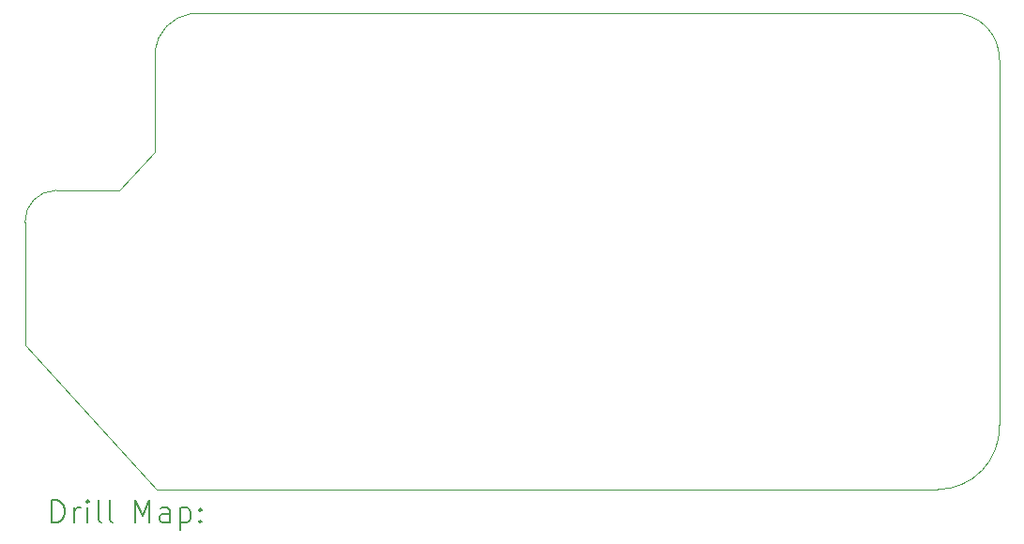
<source format=gbr>
%TF.GenerationSoftware,KiCad,Pcbnew,(7.0.0)*%
%TF.CreationDate,2023-07-17T15:36:43+02:00*%
%TF.ProjectId,SupportCoral,53757070-6f72-4744-936f-72616c2e6b69,rev?*%
%TF.SameCoordinates,Original*%
%TF.FileFunction,Drillmap*%
%TF.FilePolarity,Positive*%
%FSLAX45Y45*%
G04 Gerber Fmt 4.5, Leading zero omitted, Abs format (unit mm)*
G04 Created by KiCad (PCBNEW (7.0.0)) date 2023-07-17 15:36:43*
%MOMM*%
%LPD*%
G01*
G04 APERTURE LIST*
%ADD10C,0.100000*%
%ADD11C,0.200000*%
G04 APERTURE END LIST*
D10*
X4480000Y-6530000D02*
X4800000Y-6180000D01*
X3910000Y-6529821D02*
X4480000Y-6530000D01*
X3630000Y-6820000D02*
X3630000Y-7930000D01*
X5130800Y-4932985D02*
G75*
G03*
X4800527Y-5280054I59200J-387015D01*
G01*
X12419645Y-8650052D02*
X12419029Y-5349976D01*
X11860000Y-9230000D02*
X4820000Y-9230000D01*
X4800527Y-5280054D02*
X4800000Y-6180000D01*
X12419029Y-5349976D02*
G75*
G03*
X12000000Y-4930972I-409029J9976D01*
G01*
X3630000Y-7930000D02*
X4820000Y-9230000D01*
X3910000Y-6529821D02*
G75*
G03*
X3630000Y-6820000I0J-280179D01*
G01*
X11860000Y-9230000D02*
G75*
G03*
X12419645Y-8650052I0J560000D01*
G01*
X5130800Y-4932985D02*
X12000000Y-4930972D01*
D11*
X3872440Y-9528476D02*
X3872440Y-9328476D01*
X3872440Y-9328476D02*
X3920059Y-9328476D01*
X3920059Y-9328476D02*
X3948631Y-9338000D01*
X3948631Y-9338000D02*
X3967679Y-9357048D01*
X3967679Y-9357048D02*
X3977202Y-9376095D01*
X3977202Y-9376095D02*
X3986726Y-9414190D01*
X3986726Y-9414190D02*
X3986726Y-9442762D01*
X3986726Y-9442762D02*
X3977202Y-9480857D01*
X3977202Y-9480857D02*
X3967679Y-9499905D01*
X3967679Y-9499905D02*
X3948631Y-9518952D01*
X3948631Y-9518952D02*
X3920059Y-9528476D01*
X3920059Y-9528476D02*
X3872440Y-9528476D01*
X4072440Y-9528476D02*
X4072440Y-9395143D01*
X4072440Y-9433238D02*
X4081964Y-9414190D01*
X4081964Y-9414190D02*
X4091488Y-9404667D01*
X4091488Y-9404667D02*
X4110536Y-9395143D01*
X4110536Y-9395143D02*
X4129583Y-9395143D01*
X4196250Y-9528476D02*
X4196250Y-9395143D01*
X4196250Y-9328476D02*
X4186726Y-9338000D01*
X4186726Y-9338000D02*
X4196250Y-9347524D01*
X4196250Y-9347524D02*
X4205774Y-9338000D01*
X4205774Y-9338000D02*
X4196250Y-9328476D01*
X4196250Y-9328476D02*
X4196250Y-9347524D01*
X4320060Y-9528476D02*
X4301012Y-9518952D01*
X4301012Y-9518952D02*
X4291488Y-9499905D01*
X4291488Y-9499905D02*
X4291488Y-9328476D01*
X4424821Y-9528476D02*
X4405774Y-9518952D01*
X4405774Y-9518952D02*
X4396250Y-9499905D01*
X4396250Y-9499905D02*
X4396250Y-9328476D01*
X4621012Y-9528476D02*
X4621012Y-9328476D01*
X4621012Y-9328476D02*
X4687679Y-9471333D01*
X4687679Y-9471333D02*
X4754345Y-9328476D01*
X4754345Y-9328476D02*
X4754345Y-9528476D01*
X4935298Y-9528476D02*
X4935298Y-9423714D01*
X4935298Y-9423714D02*
X4925774Y-9404667D01*
X4925774Y-9404667D02*
X4906726Y-9395143D01*
X4906726Y-9395143D02*
X4868631Y-9395143D01*
X4868631Y-9395143D02*
X4849583Y-9404667D01*
X4935298Y-9518952D02*
X4916250Y-9528476D01*
X4916250Y-9528476D02*
X4868631Y-9528476D01*
X4868631Y-9528476D02*
X4849583Y-9518952D01*
X4849583Y-9518952D02*
X4840060Y-9499905D01*
X4840060Y-9499905D02*
X4840060Y-9480857D01*
X4840060Y-9480857D02*
X4849583Y-9461810D01*
X4849583Y-9461810D02*
X4868631Y-9452286D01*
X4868631Y-9452286D02*
X4916250Y-9452286D01*
X4916250Y-9452286D02*
X4935298Y-9442762D01*
X5030536Y-9395143D02*
X5030536Y-9595143D01*
X5030536Y-9404667D02*
X5049583Y-9395143D01*
X5049583Y-9395143D02*
X5087679Y-9395143D01*
X5087679Y-9395143D02*
X5106726Y-9404667D01*
X5106726Y-9404667D02*
X5116250Y-9414190D01*
X5116250Y-9414190D02*
X5125774Y-9433238D01*
X5125774Y-9433238D02*
X5125774Y-9490381D01*
X5125774Y-9490381D02*
X5116250Y-9509429D01*
X5116250Y-9509429D02*
X5106726Y-9518952D01*
X5106726Y-9518952D02*
X5087679Y-9528476D01*
X5087679Y-9528476D02*
X5049583Y-9528476D01*
X5049583Y-9528476D02*
X5030536Y-9518952D01*
X5211488Y-9509429D02*
X5221012Y-9518952D01*
X5221012Y-9518952D02*
X5211488Y-9528476D01*
X5211488Y-9528476D02*
X5201964Y-9518952D01*
X5201964Y-9518952D02*
X5211488Y-9509429D01*
X5211488Y-9509429D02*
X5211488Y-9528476D01*
X5211488Y-9404667D02*
X5221012Y-9414190D01*
X5221012Y-9414190D02*
X5211488Y-9423714D01*
X5211488Y-9423714D02*
X5201964Y-9414190D01*
X5201964Y-9414190D02*
X5211488Y-9404667D01*
X5211488Y-9404667D02*
X5211488Y-9423714D01*
M02*

</source>
